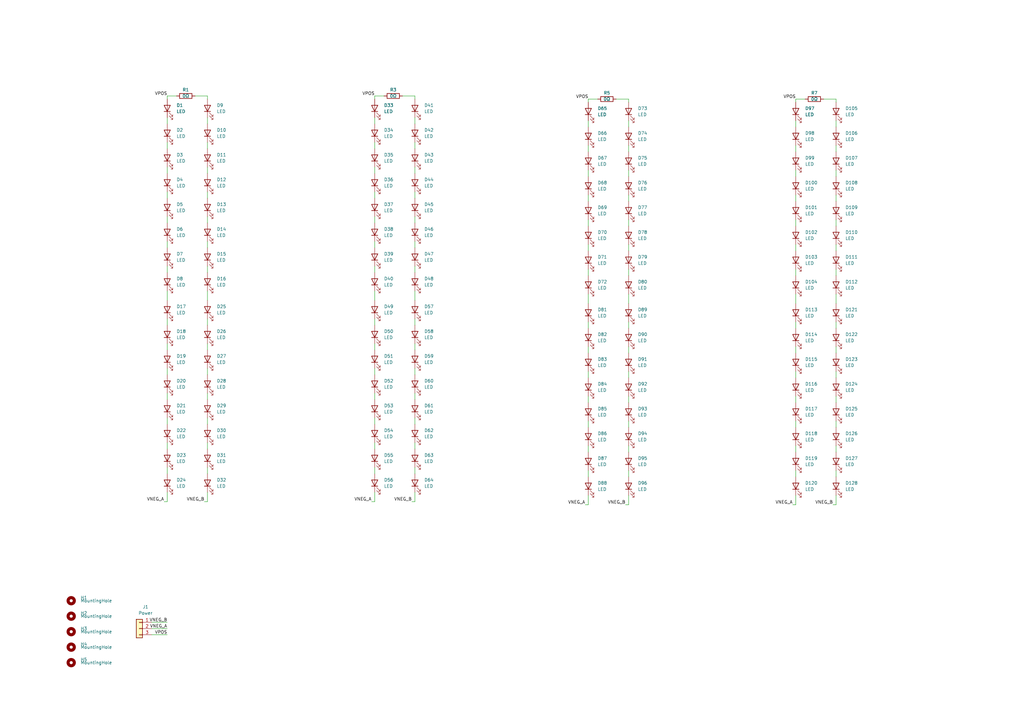
<source format=kicad_sch>
(kicad_sch (version 20201015) (generator eeschema)
  (page 1 1)
  (paper "A3")
  (lib_symbols
    (symbol "Connector_Generic:Conn_01x03" (pin_names (offset 1.016) hide)
      (property "Reference" "J" (at 0 5.08 0))
      (property "Value" "Conn_01x03" (at 0 -5.08 0))
      (symbol "Conn_01x03_1_1"
        (rectangle (start -1.27 -2.413) (end 0 -2.667) (stroke (width 0.1524)))
        (rectangle (start -1.27 2.667) (end 0 2.413) (stroke (width 0.1524)))
        (rectangle (start -1.27 3.81) (end 1.27 -3.81) (stroke (width 0.254)) (fill (type background)))
        (rectangle (start -1.27 0.127) (end 0 -0.127) (stroke (width 0.1524)))
        (pin passive line (at -5.08 2.54 0) (length 3.81) (name "Pin_1") (number "1"))
        (pin passive line (at -5.08 0 0) (length 3.81) (name "Pin_2") (number "2"))
        (pin passive line (at -5.08 -2.54 0) (length 3.81) (name "Pin_3") (number "3"))
      )
    )
    (symbol "Device:LED" (pin_numbers hide) (pin_names (offset 1.016) hide)
      (property "Reference" "D" (at 0 2.54 0))
      (property "Value" "LED" (at 0 -2.54 0))
      (symbol "LED_0_1"
        (polyline (pts (xy -1.27 -1.27) (xy -1.27 1.27)) (stroke (width 0.254)))
        (polyline (pts (xy -1.27 0) (xy 1.27 0)))
        (polyline (pts (xy 1.27 -1.27) (xy 1.27 1.27) (xy -1.27 0) (xy 1.27 -1.27)) (stroke (width 0.254)))
        (polyline (pts (xy -3.048 -0.762) (xy -4.572 -2.286) (xy -3.81 -2.286) (xy -4.572 -2.286) (xy -4.572 -1.524)))
        (polyline (pts (xy -1.778 -0.762) (xy -3.302 -2.286) (xy -2.54 -2.286) (xy -3.302 -2.286) (xy -3.302 -1.524)))
      )
      (symbol "LED_1_1"
        (pin passive line (at -3.81 0 0) (length 2.54) (name "K") (number "1"))
        (pin passive line (at 3.81 0 180) (length 2.54) (name "A") (number "2"))
      )
    )
    (symbol "Device:R" (pin_numbers hide) (pin_names (offset 0))
      (property "Reference" "R" (at 2.032 0 90))
      (property "Value" "R" (at 0 0 90))
      (symbol "R_0_1"
        (rectangle (start -1.016 -2.54) (end 1.016 2.54) (stroke (width 0.254)))
      )
      (symbol "R_1_1"
        (pin passive line (at 0 3.81 270) (length 1.27) (name "~") (number "1"))
        (pin passive line (at 0 -3.81 90) (length 1.27) (name "~") (number "2"))
      )
    )
    (symbol "Mechanical:MountingHole" (pin_names (offset 1.016))
      (property "Reference" "H" (at 0 5.08 0))
      (property "Value" "MountingHole" (at 0 3.175 0))
      (symbol "MountingHole_0_1"
        (circle (center 0 0) (radius 1.27) (stroke (width 1.27)))
      )
    )
  )
  (wire (pts (xy 62.23 255.27) (xy 68.58 255.27)))
  (wire (pts (xy 62.23 257.81) (xy 68.58 257.81)))
  (wire (pts (xy 62.23 260.35) (xy 68.58 260.35)))
  (wire (pts (xy 67.31 205.74) (xy 68.58 205.74)))
  (wire (pts (xy 68.58 39.37) (xy 68.58 40.64)))
  (wire (pts (xy 68.58 48.26) (xy 68.58 50.8)))
  (wire (pts (xy 68.58 58.42) (xy 68.58 60.96)))
  (wire (pts (xy 68.58 68.58) (xy 68.58 71.12)))
  (wire (pts (xy 68.58 78.74) (xy 68.58 81.28)))
  (wire (pts (xy 68.58 88.9) (xy 68.58 91.44)))
  (wire (pts (xy 68.58 99.06) (xy 68.58 101.6)))
  (wire (pts (xy 68.58 109.22) (xy 68.58 111.76)))
  (wire (pts (xy 68.58 119.38) (xy 68.58 123.19)))
  (wire (pts (xy 68.58 130.81) (xy 68.58 133.35)))
  (wire (pts (xy 68.58 140.97) (xy 68.58 143.51)))
  (wire (pts (xy 68.58 151.13) (xy 68.58 153.67)))
  (wire (pts (xy 68.58 161.29) (xy 68.58 163.83)))
  (wire (pts (xy 68.58 171.45) (xy 68.58 173.99)))
  (wire (pts (xy 68.58 181.61) (xy 68.58 184.15)))
  (wire (pts (xy 68.58 191.77) (xy 68.58 194.31)))
  (wire (pts (xy 68.58 205.74) (xy 68.58 201.93)))
  (wire (pts (xy 72.39 39.37) (xy 68.58 39.37)))
  (wire (pts (xy 80.01 39.37) (xy 85.09 39.37)))
  (wire (pts (xy 83.82 205.74) (xy 85.09 205.74)))
  (wire (pts (xy 85.09 39.37) (xy 85.09 40.64)))
  (wire (pts (xy 85.09 48.26) (xy 85.09 50.8)))
  (wire (pts (xy 85.09 58.42) (xy 85.09 60.96)))
  (wire (pts (xy 85.09 68.58) (xy 85.09 71.12)))
  (wire (pts (xy 85.09 78.74) (xy 85.09 81.28)))
  (wire (pts (xy 85.09 88.9) (xy 85.09 91.44)))
  (wire (pts (xy 85.09 99.06) (xy 85.09 101.6)))
  (wire (pts (xy 85.09 109.22) (xy 85.09 111.76)))
  (wire (pts (xy 85.09 119.38) (xy 85.09 123.19)))
  (wire (pts (xy 85.09 130.81) (xy 85.09 133.35)))
  (wire (pts (xy 85.09 140.97) (xy 85.09 143.51)))
  (wire (pts (xy 85.09 151.13) (xy 85.09 153.67)))
  (wire (pts (xy 85.09 161.29) (xy 85.09 163.83)))
  (wire (pts (xy 85.09 171.45) (xy 85.09 173.99)))
  (wire (pts (xy 85.09 181.61) (xy 85.09 184.15)))
  (wire (pts (xy 85.09 191.77) (xy 85.09 194.31)))
  (wire (pts (xy 85.09 205.74) (xy 85.09 201.93)))
  (wire (pts (xy 152.4 205.74) (xy 153.67 205.74)))
  (wire (pts (xy 153.67 39.37) (xy 153.67 40.64)))
  (wire (pts (xy 153.67 48.26) (xy 153.67 50.8)))
  (wire (pts (xy 153.67 58.42) (xy 153.67 60.96)))
  (wire (pts (xy 153.67 68.58) (xy 153.67 71.12)))
  (wire (pts (xy 153.67 78.74) (xy 153.67 81.28)))
  (wire (pts (xy 153.67 88.9) (xy 153.67 91.44)))
  (wire (pts (xy 153.67 99.06) (xy 153.67 101.6)))
  (wire (pts (xy 153.67 109.22) (xy 153.67 111.76)))
  (wire (pts (xy 153.67 119.38) (xy 153.67 123.19)))
  (wire (pts (xy 153.67 130.81) (xy 153.67 133.35)))
  (wire (pts (xy 153.67 140.97) (xy 153.67 143.51)))
  (wire (pts (xy 153.67 151.13) (xy 153.67 153.67)))
  (wire (pts (xy 153.67 161.29) (xy 153.67 163.83)))
  (wire (pts (xy 153.67 171.45) (xy 153.67 173.99)))
  (wire (pts (xy 153.67 181.61) (xy 153.67 184.15)))
  (wire (pts (xy 153.67 191.77) (xy 153.67 194.31)))
  (wire (pts (xy 153.67 205.74) (xy 153.67 201.93)))
  (wire (pts (xy 157.48 39.37) (xy 153.67 39.37)))
  (wire (pts (xy 165.1 39.37) (xy 170.18 39.37)))
  (wire (pts (xy 168.91 205.74) (xy 170.18 205.74)))
  (wire (pts (xy 170.18 39.37) (xy 170.18 40.64)))
  (wire (pts (xy 170.18 48.26) (xy 170.18 50.8)))
  (wire (pts (xy 170.18 58.42) (xy 170.18 60.96)))
  (wire (pts (xy 170.18 68.58) (xy 170.18 71.12)))
  (wire (pts (xy 170.18 78.74) (xy 170.18 81.28)))
  (wire (pts (xy 170.18 88.9) (xy 170.18 91.44)))
  (wire (pts (xy 170.18 99.06) (xy 170.18 101.6)))
  (wire (pts (xy 170.18 109.22) (xy 170.18 111.76)))
  (wire (pts (xy 170.18 119.38) (xy 170.18 123.19)))
  (wire (pts (xy 170.18 130.81) (xy 170.18 133.35)))
  (wire (pts (xy 170.18 140.97) (xy 170.18 143.51)))
  (wire (pts (xy 170.18 151.13) (xy 170.18 153.67)))
  (wire (pts (xy 170.18 161.29) (xy 170.18 163.83)))
  (wire (pts (xy 170.18 171.45) (xy 170.18 173.99)))
  (wire (pts (xy 170.18 181.61) (xy 170.18 184.15)))
  (wire (pts (xy 170.18 191.77) (xy 170.18 194.31)))
  (wire (pts (xy 170.18 205.74) (xy 170.18 201.93)))
  (wire (pts (xy 240.03 207.01) (xy 241.3 207.01)))
  (wire (pts (xy 241.3 40.64) (xy 241.3 41.91)))
  (wire (pts (xy 241.3 49.53) (xy 241.3 52.07)))
  (wire (pts (xy 241.3 59.69) (xy 241.3 62.23)))
  (wire (pts (xy 241.3 69.85) (xy 241.3 72.39)))
  (wire (pts (xy 241.3 80.01) (xy 241.3 82.55)))
  (wire (pts (xy 241.3 90.17) (xy 241.3 92.71)))
  (wire (pts (xy 241.3 100.33) (xy 241.3 102.87)))
  (wire (pts (xy 241.3 110.49) (xy 241.3 113.03)))
  (wire (pts (xy 241.3 120.65) (xy 241.3 124.46)))
  (wire (pts (xy 241.3 132.08) (xy 241.3 134.62)))
  (wire (pts (xy 241.3 142.24) (xy 241.3 144.78)))
  (wire (pts (xy 241.3 152.4) (xy 241.3 154.94)))
  (wire (pts (xy 241.3 162.56) (xy 241.3 165.1)))
  (wire (pts (xy 241.3 172.72) (xy 241.3 175.26)))
  (wire (pts (xy 241.3 182.88) (xy 241.3 185.42)))
  (wire (pts (xy 241.3 193.04) (xy 241.3 195.58)))
  (wire (pts (xy 241.3 207.01) (xy 241.3 203.2)))
  (wire (pts (xy 245.11 40.64) (xy 241.3 40.64)))
  (wire (pts (xy 252.73 40.64) (xy 257.81 40.64)))
  (wire (pts (xy 256.54 207.01) (xy 257.81 207.01)))
  (wire (pts (xy 257.81 40.64) (xy 257.81 41.91)))
  (wire (pts (xy 257.81 49.53) (xy 257.81 52.07)))
  (wire (pts (xy 257.81 59.69) (xy 257.81 62.23)))
  (wire (pts (xy 257.81 69.85) (xy 257.81 72.39)))
  (wire (pts (xy 257.81 80.01) (xy 257.81 82.55)))
  (wire (pts (xy 257.81 90.17) (xy 257.81 92.71)))
  (wire (pts (xy 257.81 100.33) (xy 257.81 102.87)))
  (wire (pts (xy 257.81 110.49) (xy 257.81 113.03)))
  (wire (pts (xy 257.81 120.65) (xy 257.81 124.46)))
  (wire (pts (xy 257.81 132.08) (xy 257.81 134.62)))
  (wire (pts (xy 257.81 142.24) (xy 257.81 144.78)))
  (wire (pts (xy 257.81 152.4) (xy 257.81 154.94)))
  (wire (pts (xy 257.81 162.56) (xy 257.81 165.1)))
  (wire (pts (xy 257.81 172.72) (xy 257.81 175.26)))
  (wire (pts (xy 257.81 182.88) (xy 257.81 185.42)))
  (wire (pts (xy 257.81 193.04) (xy 257.81 195.58)))
  (wire (pts (xy 257.81 207.01) (xy 257.81 203.2)))
  (wire (pts (xy 325.12 207.01) (xy 326.39 207.01)))
  (wire (pts (xy 326.39 40.64) (xy 326.39 41.91)))
  (wire (pts (xy 326.39 49.53) (xy 326.39 52.07)))
  (wire (pts (xy 326.39 59.69) (xy 326.39 62.23)))
  (wire (pts (xy 326.39 69.85) (xy 326.39 72.39)))
  (wire (pts (xy 326.39 80.01) (xy 326.39 82.55)))
  (wire (pts (xy 326.39 90.17) (xy 326.39 92.71)))
  (wire (pts (xy 326.39 100.33) (xy 326.39 102.87)))
  (wire (pts (xy 326.39 110.49) (xy 326.39 113.03)))
  (wire (pts (xy 326.39 120.65) (xy 326.39 124.46)))
  (wire (pts (xy 326.39 132.08) (xy 326.39 134.62)))
  (wire (pts (xy 326.39 142.24) (xy 326.39 144.78)))
  (wire (pts (xy 326.39 152.4) (xy 326.39 154.94)))
  (wire (pts (xy 326.39 162.56) (xy 326.39 165.1)))
  (wire (pts (xy 326.39 172.72) (xy 326.39 175.26)))
  (wire (pts (xy 326.39 182.88) (xy 326.39 185.42)))
  (wire (pts (xy 326.39 193.04) (xy 326.39 195.58)))
  (wire (pts (xy 326.39 207.01) (xy 326.39 203.2)))
  (wire (pts (xy 330.2 40.64) (xy 326.39 40.64)))
  (wire (pts (xy 337.82 40.64) (xy 342.9 40.64)))
  (wire (pts (xy 341.63 207.01) (xy 342.9 207.01)))
  (wire (pts (xy 342.9 40.64) (xy 342.9 41.91)))
  (wire (pts (xy 342.9 49.53) (xy 342.9 52.07)))
  (wire (pts (xy 342.9 59.69) (xy 342.9 62.23)))
  (wire (pts (xy 342.9 69.85) (xy 342.9 72.39)))
  (wire (pts (xy 342.9 80.01) (xy 342.9 82.55)))
  (wire (pts (xy 342.9 90.17) (xy 342.9 92.71)))
  (wire (pts (xy 342.9 100.33) (xy 342.9 102.87)))
  (wire (pts (xy 342.9 110.49) (xy 342.9 113.03)))
  (wire (pts (xy 342.9 120.65) (xy 342.9 124.46)))
  (wire (pts (xy 342.9 132.08) (xy 342.9 134.62)))
  (wire (pts (xy 342.9 142.24) (xy 342.9 144.78)))
  (wire (pts (xy 342.9 152.4) (xy 342.9 154.94)))
  (wire (pts (xy 342.9 162.56) (xy 342.9 165.1)))
  (wire (pts (xy 342.9 172.72) (xy 342.9 175.26)))
  (wire (pts (xy 342.9 182.88) (xy 342.9 185.42)))
  (wire (pts (xy 342.9 193.04) (xy 342.9 195.58)))
  (wire (pts (xy 342.9 207.01) (xy 342.9 203.2)))
  (label "VNEG_A" (at 67.31 205.74 180))
  (label "VPOS" (at 68.58 39.37 180))
  (label "VNEG_B" (at 68.58 255.27 180))
  (label "VNEG_A" (at 68.58 257.81 180))
  (label "VPOS" (at 68.58 260.35 180))
  (label "VNEG_B" (at 83.82 205.74 180))
  (label "VNEG_A" (at 152.4 205.74 180))
  (label "VPOS" (at 153.67 39.37 180))
  (label "VNEG_B" (at 168.91 205.74 180))
  (label "VNEG_A" (at 240.03 207.01 180))
  (label "VPOS" (at 241.3 40.64 180))
  (label "VNEG_B" (at 256.54 207.01 180))
  (label "VNEG_A" (at 325.12 207.01 180))
  (label "VPOS" (at 326.39 40.64 180))
  (label "VNEG_B" (at 341.63 207.01 180))
  (symbol (lib_id "Mechanical:MountingHole") (at 29.21 246.38 0) (unit 1)
    (property "Reference" "H1" (at 33.02 245.11 0) (effects (justify left)))
    (property "Value" "MountingHole" (at 33.02 246.38 0) (effects (justify left)))
    (property "Footprint" "MountingHole:MountingHole_3.2mm_M3" (effects hide))
  )
  (symbol (lib_id "Mechanical:MountingHole") (at 29.21 252.73 0) (unit 1)
    (property "Reference" "H2" (at 33.02 251.46 0) (effects (justify left)))
    (property "Value" "MountingHole" (at 33.02 252.73 0) (effects (justify left)))
    (property "Footprint" "MountingHole:MountingHole_3.2mm_M3" (effects hide))
  )
  (symbol (lib_id "Mechanical:MountingHole") (at 29.21 259.08 0) (unit 1)
    (property "Reference" "H3" (at 33.02 257.81 0) (effects (justify left)))
    (property "Value" "MountingHole" (at 33.02 259.08 0) (effects (justify left)))
    (property "Footprint" "MountingHole:MountingHole_3.2mm_M3" (effects hide))
  )
  (symbol (lib_id "Mechanical:MountingHole") (at 29.21 265.43 0) (unit 1)
    (property "Reference" "H4" (at 33.02 264.16 0) (effects (justify left)))
    (property "Value" "MountingHole" (at 33.02 265.43 0) (effects (justify left)))
    (property "Footprint" "MountingHole:MountingHole_3.2mm_M3" (effects hide))
  )
  (symbol (lib_id "Mechanical:MountingHole") (at 29.21 271.78 0) (unit 1)
    (property "Reference" "H5" (at 33.02 270.51 0) (effects (justify left)))
    (property "Value" "MountingHole" (at 33.02 271.78 0) (effects (justify left)))
    (property "Footprint" "MountingHole:MountingHole_3.2mm_M3" (effects hide))
  )
  (symbol (lib_id "Device:R") (at 76.2 39.37 90) (unit 1)
    (property "Reference" "R1" (at 76.2 36.83 90))
    (property "Value" "0Ω" (at 76.2 39.37 90))
    (property "Footprint" "Resistor_SMD:R_2010_5025Metric_Pad1.40x2.65mm_HandSolder" (effects hide))
  )
  (symbol (lib_id "Device:R") (at 161.29 39.37 90) (unit 1)
    (property "Reference" "R3" (at 161.29 36.83 90))
    (property "Value" "0Ω" (at 161.29 39.37 90))
    (property "Footprint" "Resistor_SMD:R_2010_5025Metric_Pad1.40x2.65mm_HandSolder" (effects hide))
  )
  (symbol (lib_id "Device:R") (at 248.92 40.64 90) (unit 1)
    (property "Reference" "R5" (at 248.92 38.1 90))
    (property "Value" "0Ω" (at 248.92 40.64 90))
    (property "Footprint" "Resistor_SMD:R_2010_5025Metric_Pad1.40x2.65mm_HandSolder" (effects hide))
  )
  (symbol (lib_id "Device:R") (at 334.01 40.64 90) (unit 1)
    (property "Reference" "R7" (at 334.01 38.1 90))
    (property "Value" "0Ω" (at 334.01 40.64 90))
    (property "Footprint" "Resistor_SMD:R_2010_5025Metric_Pad1.40x2.65mm_HandSolder" (effects hide))
  )
  (symbol (lib_id "Device:LED") (at 68.58 44.45 90) (unit 1)
    (property "Reference" "D1" (at 72.39 43.18 90) (effects (justify right)))
    (property "Value" "LED" (at 72.39 45.72 90) (effects (justify right)))
    (property "Footprint" "LED_SMD:LED_PLCC_2835_Handsoldering" (effects hide))
  )
  (symbol (lib_id "Device:LED") (at 68.58 54.61 90) (unit 1)
    (property "Reference" "D2" (at 72.39 53.34 90) (effects (justify right)))
    (property "Value" "LED" (at 72.39 55.88 90) (effects (justify right)))
    (property "Footprint" "LED_SMD:LED_PLCC_2835_Handsoldering" (effects hide))
  )
  (symbol (lib_id "Device:LED") (at 68.58 64.77 90) (unit 1)
    (property "Reference" "D3" (at 72.39 63.5 90) (effects (justify right)))
    (property "Value" "LED" (at 72.39 66.04 90) (effects (justify right)))
    (property "Footprint" "LED_SMD:LED_PLCC_2835_Handsoldering" (effects hide))
  )
  (symbol (lib_id "Device:LED") (at 68.58 74.93 90) (unit 1)
    (property "Reference" "D4" (at 72.39 73.66 90) (effects (justify right)))
    (property "Value" "LED" (at 72.39 76.2 90) (effects (justify right)))
    (property "Footprint" "LED_SMD:LED_PLCC_2835_Handsoldering" (effects hide))
  )
  (symbol (lib_id "Device:LED") (at 68.58 85.09 90) (unit 1)
    (property "Reference" "D5" (at 72.39 83.82 90) (effects (justify right)))
    (property "Value" "LED" (at 72.39 86.36 90) (effects (justify right)))
    (property "Footprint" "LED_SMD:LED_PLCC_2835_Handsoldering" (effects hide))
  )
  (symbol (lib_id "Device:LED") (at 68.58 95.25 90) (unit 1)
    (property "Reference" "D6" (at 72.39 93.98 90) (effects (justify right)))
    (property "Value" "LED" (at 72.39 96.52 90) (effects (justify right)))
    (property "Footprint" "LED_SMD:LED_PLCC_2835_Handsoldering" (effects hide))
  )
  (symbol (lib_id "Device:LED") (at 68.58 105.41 90) (unit 1)
    (property "Reference" "D7" (at 72.39 104.14 90) (effects (justify right)))
    (property "Value" "LED" (at 72.39 106.68 90) (effects (justify right)))
    (property "Footprint" "LED_SMD:LED_PLCC_2835_Handsoldering" (effects hide))
  )
  (symbol (lib_id "Device:LED") (at 68.58 115.57 90) (unit 1)
    (property "Reference" "D8" (at 72.39 114.3 90) (effects (justify right)))
    (property "Value" "LED" (at 72.39 116.84 90) (effects (justify right)))
    (property "Footprint" "LED_SMD:LED_PLCC_2835_Handsoldering" (effects hide))
  )
  (symbol (lib_id "Device:LED") (at 68.58 127 90) (unit 1)
    (property "Reference" "D17" (at 72.39 125.73 90) (effects (justify right)))
    (property "Value" "LED" (at 72.39 128.27 90) (effects (justify right)))
    (property "Footprint" "LED_SMD:LED_PLCC_2835_Handsoldering" (effects hide))
  )
  (symbol (lib_id "Device:LED") (at 68.58 137.16 90) (unit 1)
    (property "Reference" "D18" (at 72.39 135.89 90) (effects (justify right)))
    (property "Value" "LED" (at 72.39 138.43 90) (effects (justify right)))
    (property "Footprint" "LED_SMD:LED_PLCC_2835_Handsoldering" (effects hide))
  )
  (symbol (lib_id "Device:LED") (at 68.58 147.32 90) (unit 1)
    (property "Reference" "D19" (at 72.39 146.05 90) (effects (justify right)))
    (property "Value" "LED" (at 72.39 148.59 90) (effects (justify right)))
    (property "Footprint" "LED_SMD:LED_PLCC_2835_Handsoldering" (effects hide))
  )
  (symbol (lib_id "Device:LED") (at 68.58 157.48 90) (unit 1)
    (property "Reference" "D20" (at 72.39 156.21 90) (effects (justify right)))
    (property "Value" "LED" (at 72.39 158.75 90) (effects (justify right)))
    (property "Footprint" "LED_SMD:LED_PLCC_2835_Handsoldering" (effects hide))
  )
  (symbol (lib_id "Device:LED") (at 68.58 167.64 90) (unit 1)
    (property "Reference" "D21" (at 72.39 166.37 90) (effects (justify right)))
    (property "Value" "LED" (at 72.39 168.91 90) (effects (justify right)))
    (property "Footprint" "LED_SMD:LED_PLCC_2835_Handsoldering" (effects hide))
  )
  (symbol (lib_id "Device:LED") (at 68.58 177.8 90) (unit 1)
    (property "Reference" "D22" (at 72.39 176.53 90) (effects (justify right)))
    (property "Value" "LED" (at 72.39 179.07 90) (effects (justify right)))
    (property "Footprint" "LED_SMD:LED_PLCC_2835_Handsoldering" (effects hide))
  )
  (symbol (lib_id "Device:LED") (at 68.58 187.96 90) (unit 1)
    (property "Reference" "D23" (at 72.39 186.69 90) (effects (justify right)))
    (property "Value" "LED" (at 72.39 189.23 90) (effects (justify right)))
    (property "Footprint" "LED_SMD:LED_PLCC_2835_Handsoldering" (effects hide))
  )
  (symbol (lib_id "Device:LED") (at 68.58 198.12 90) (unit 1)
    (property "Reference" "D24" (at 72.39 196.85 90) (effects (justify right)))
    (property "Value" "LED" (at 72.39 199.39 90) (effects (justify right)))
    (property "Footprint" "LED_SMD:LED_PLCC_2835_Handsoldering" (effects hide))
  )
  (symbol (lib_id "Device:LED") (at 85.09 44.45 90) (unit 1)
    (property "Reference" "D9" (at 88.9 43.18 90) (effects (justify right)))
    (property "Value" "LED" (at 88.9 45.72 90) (effects (justify right)))
    (property "Footprint" "LED_SMD:LED_PLCC_2835_Handsoldering" (effects hide))
  )
  (symbol (lib_id "Device:LED") (at 85.09 54.61 90) (unit 1)
    (property "Reference" "D10" (at 88.9 53.34 90) (effects (justify right)))
    (property "Value" "LED" (at 88.9 55.88 90) (effects (justify right)))
    (property "Footprint" "LED_SMD:LED_PLCC_2835_Handsoldering" (effects hide))
  )
  (symbol (lib_id "Device:LED") (at 85.09 64.77 90) (unit 1)
    (property "Reference" "D11" (at 88.9 63.5 90) (effects (justify right)))
    (property "Value" "LED" (at 88.9 66.04 90) (effects (justify right)))
    (property "Footprint" "LED_SMD:LED_PLCC_2835_Handsoldering" (effects hide))
  )
  (symbol (lib_id "Device:LED") (at 85.09 74.93 90) (unit 1)
    (property "Reference" "D12" (at 88.9 73.66 90) (effects (justify right)))
    (property "Value" "LED" (at 88.9 76.2 90) (effects (justify right)))
    (property "Footprint" "LED_SMD:LED_PLCC_2835_Handsoldering" (effects hide))
  )
  (symbol (lib_id "Device:LED") (at 85.09 85.09 90) (unit 1)
    (property "Reference" "D13" (at 88.9 83.82 90) (effects (justify right)))
    (property "Value" "LED" (at 88.9 86.36 90) (effects (justify right)))
    (property "Footprint" "LED_SMD:LED_PLCC_2835_Handsoldering" (effects hide))
  )
  (symbol (lib_id "Device:LED") (at 85.09 95.25 90) (unit 1)
    (property "Reference" "D14" (at 88.9 93.98 90) (effects (justify right)))
    (property "Value" "LED" (at 88.9 96.52 90) (effects (justify right)))
    (property "Footprint" "LED_SMD:LED_PLCC_2835_Handsoldering" (effects hide))
  )
  (symbol (lib_id "Device:LED") (at 85.09 105.41 90) (unit 1)
    (property "Reference" "D15" (at 88.9 104.14 90) (effects (justify right)))
    (property "Value" "LED" (at 88.9 106.68 90) (effects (justify right)))
    (property "Footprint" "LED_SMD:LED_PLCC_2835_Handsoldering" (effects hide))
  )
  (symbol (lib_id "Device:LED") (at 85.09 115.57 90) (unit 1)
    (property "Reference" "D16" (at 88.9 114.3 90) (effects (justify right)))
    (property "Value" "LED" (at 88.9 116.84 90) (effects (justify right)))
    (property "Footprint" "LED_SMD:LED_PLCC_2835_Handsoldering" (effects hide))
  )
  (symbol (lib_id "Device:LED") (at 85.09 127 90) (unit 1)
    (property "Reference" "D25" (at 88.9 125.73 90) (effects (justify right)))
    (property "Value" "LED" (at 88.9 128.27 90) (effects (justify right)))
    (property "Footprint" "LED_SMD:LED_PLCC_2835_Handsoldering" (effects hide))
  )
  (symbol (lib_id "Device:LED") (at 85.09 137.16 90) (unit 1)
    (property "Reference" "D26" (at 88.9 135.89 90) (effects (justify right)))
    (property "Value" "LED" (at 88.9 138.43 90) (effects (justify right)))
    (property "Footprint" "LED_SMD:LED_PLCC_2835_Handsoldering" (effects hide))
  )
  (symbol (lib_id "Device:LED") (at 85.09 147.32 90) (unit 1)
    (property "Reference" "D27" (at 88.9 146.05 90) (effects (justify right)))
    (property "Value" "LED" (at 88.9 148.59 90) (effects (justify right)))
    (property "Footprint" "LED_SMD:LED_PLCC_2835_Handsoldering" (effects hide))
  )
  (symbol (lib_id "Device:LED") (at 85.09 157.48 90) (unit 1)
    (property "Reference" "D28" (at 88.9 156.21 90) (effects (justify right)))
    (property "Value" "LED" (at 88.9 158.75 90) (effects (justify right)))
    (property "Footprint" "LED_SMD:LED_PLCC_2835_Handsoldering" (effects hide))
  )
  (symbol (lib_id "Device:LED") (at 85.09 167.64 90) (unit 1)
    (property "Reference" "D29" (at 88.9 166.37 90) (effects (justify right)))
    (property "Value" "LED" (at 88.9 168.91 90) (effects (justify right)))
    (property "Footprint" "LED_SMD:LED_PLCC_2835_Handsoldering" (effects hide))
  )
  (symbol (lib_id "Device:LED") (at 85.09 177.8 90) (unit 1)
    (property "Reference" "D30" (at 88.9 176.53 90) (effects (justify right)))
    (property "Value" "LED" (at 88.9 179.07 90) (effects (justify right)))
    (property "Footprint" "LED_SMD:LED_PLCC_2835_Handsoldering" (effects hide))
  )
  (symbol (lib_id "Device:LED") (at 85.09 187.96 90) (unit 1)
    (property "Reference" "D31" (at 88.9 186.69 90) (effects (justify right)))
    (property "Value" "LED" (at 88.9 189.23 90) (effects (justify right)))
    (property "Footprint" "LED_SMD:LED_PLCC_2835_Handsoldering" (effects hide))
  )
  (symbol (lib_id "Device:LED") (at 85.09 198.12 90) (unit 1)
    (property "Reference" "D32" (at 88.9 196.85 90) (effects (justify right)))
    (property "Value" "LED" (at 88.9 199.39 90) (effects (justify right)))
    (property "Footprint" "LED_SMD:LED_PLCC_2835_Handsoldering" (effects hide))
  )
  (symbol (lib_id "Device:LED") (at 153.67 44.45 90) (unit 1)
    (property "Reference" "D33" (at 157.48 43.18 90) (effects (justify right)))
    (property "Value" "LED" (at 157.48 45.72 90) (effects (justify right)))
    (property "Footprint" "LED_SMD:LED_PLCC_2835_Handsoldering" (effects hide))
  )
  (symbol (lib_id "Device:LED") (at 153.67 54.61 90) (unit 1)
    (property "Reference" "D34" (at 157.48 53.34 90) (effects (justify right)))
    (property "Value" "LED" (at 157.48 55.88 90) (effects (justify right)))
    (property "Footprint" "LED_SMD:LED_PLCC_2835_Handsoldering" (effects hide))
  )
  (symbol (lib_id "Device:LED") (at 153.67 64.77 90) (unit 1)
    (property "Reference" "D35" (at 157.48 63.5 90) (effects (justify right)))
    (property "Value" "LED" (at 157.48 66.04 90) (effects (justify right)))
    (property "Footprint" "LED_SMD:LED_PLCC_2835_Handsoldering" (effects hide))
  )
  (symbol (lib_id "Device:LED") (at 153.67 74.93 90) (unit 1)
    (property "Reference" "D36" (at 157.48 73.66 90) (effects (justify right)))
    (property "Value" "LED" (at 157.48 76.2 90) (effects (justify right)))
    (property "Footprint" "LED_SMD:LED_PLCC_2835_Handsoldering" (effects hide))
  )
  (symbol (lib_id "Device:LED") (at 153.67 85.09 90) (unit 1)
    (property "Reference" "D37" (at 157.48 83.82 90) (effects (justify right)))
    (property "Value" "LED" (at 157.48 86.36 90) (effects (justify right)))
    (property "Footprint" "LED_SMD:LED_PLCC_2835_Handsoldering" (effects hide))
  )
  (symbol (lib_id "Device:LED") (at 153.67 95.25 90) (unit 1)
    (property "Reference" "D38" (at 157.48 93.98 90) (effects (justify right)))
    (property "Value" "LED" (at 157.48 96.52 90) (effects (justify right)))
    (property "Footprint" "LED_SMD:LED_PLCC_2835_Handsoldering" (effects hide))
  )
  (symbol (lib_id "Device:LED") (at 153.67 105.41 90) (unit 1)
    (property "Reference" "D39" (at 157.48 104.14 90) (effects (justify right)))
    (property "Value" "LED" (at 157.48 106.68 90) (effects (justify right)))
    (property "Footprint" "LED_SMD:LED_PLCC_2835_Handsoldering" (effects hide))
  )
  (symbol (lib_id "Device:LED") (at 153.67 115.57 90) (unit 1)
    (property "Reference" "D40" (at 157.48 114.3 90) (effects (justify right)))
    (property "Value" "LED" (at 157.48 116.84 90) (effects (justify right)))
    (property "Footprint" "LED_SMD:LED_PLCC_2835_Handsoldering" (effects hide))
  )
  (symbol (lib_id "Device:LED") (at 153.67 127 90) (unit 1)
    (property "Reference" "D49" (at 157.48 125.73 90) (effects (justify right)))
    (property "Value" "LED" (at 157.48 128.27 90) (effects (justify right)))
    (property "Footprint" "LED_SMD:LED_PLCC_2835_Handsoldering" (effects hide))
  )
  (symbol (lib_id "Device:LED") (at 153.67 137.16 90) (unit 1)
    (property "Reference" "D50" (at 157.48 135.89 90) (effects (justify right)))
    (property "Value" "LED" (at 157.48 138.43 90) (effects (justify right)))
    (property "Footprint" "LED_SMD:LED_PLCC_2835_Handsoldering" (effects hide))
  )
  (symbol (lib_id "Device:LED") (at 153.67 147.32 90) (unit 1)
    (property "Reference" "D51" (at 157.48 146.05 90) (effects (justify right)))
    (property "Value" "LED" (at 157.48 148.59 90) (effects (justify right)))
    (property "Footprint" "LED_SMD:LED_PLCC_2835_Handsoldering" (effects hide))
  )
  (symbol (lib_id "Device:LED") (at 153.67 157.48 90) (unit 1)
    (property "Reference" "D52" (at 157.48 156.21 90) (effects (justify right)))
    (property "Value" "LED" (at 157.48 158.75 90) (effects (justify right)))
    (property "Footprint" "LED_SMD:LED_PLCC_2835_Handsoldering" (effects hide))
  )
  (symbol (lib_id "Device:LED") (at 153.67 167.64 90) (unit 1)
    (property "Reference" "D53" (at 157.48 166.37 90) (effects (justify right)))
    (property "Value" "LED" (at 157.48 168.91 90) (effects (justify right)))
    (property "Footprint" "LED_SMD:LED_PLCC_2835_Handsoldering" (effects hide))
  )
  (symbol (lib_id "Device:LED") (at 153.67 177.8 90) (unit 1)
    (property "Reference" "D54" (at 157.48 176.53 90) (effects (justify right)))
    (property "Value" "LED" (at 157.48 179.07 90) (effects (justify right)))
    (property "Footprint" "LED_SMD:LED_PLCC_2835_Handsoldering" (effects hide))
  )
  (symbol (lib_id "Device:LED") (at 153.67 187.96 90) (unit 1)
    (property "Reference" "D55" (at 157.48 186.69 90) (effects (justify right)))
    (property "Value" "LED" (at 157.48 189.23 90) (effects (justify right)))
    (property "Footprint" "LED_SMD:LED_PLCC_2835_Handsoldering" (effects hide))
  )
  (symbol (lib_id "Device:LED") (at 153.67 198.12 90) (unit 1)
    (property "Reference" "D56" (at 157.48 196.85 90) (effects (justify right)))
    (property "Value" "LED" (at 157.48 199.39 90) (effects (justify right)))
    (property "Footprint" "LED_SMD:LED_PLCC_2835_Handsoldering" (effects hide))
  )
  (symbol (lib_id "Device:LED") (at 170.18 44.45 90) (unit 1)
    (property "Reference" "D41" (at 173.99 43.18 90) (effects (justify right)))
    (property "Value" "LED" (at 173.99 45.72 90) (effects (justify right)))
    (property "Footprint" "LED_SMD:LED_PLCC_2835_Handsoldering" (effects hide))
  )
  (symbol (lib_id "Device:LED") (at 170.18 54.61 90) (unit 1)
    (property "Reference" "D42" (at 173.99 53.34 90) (effects (justify right)))
    (property "Value" "LED" (at 173.99 55.88 90) (effects (justify right)))
    (property "Footprint" "LED_SMD:LED_PLCC_2835_Handsoldering" (effects hide))
  )
  (symbol (lib_id "Device:LED") (at 170.18 64.77 90) (unit 1)
    (property "Reference" "D43" (at 173.99 63.5 90) (effects (justify right)))
    (property "Value" "LED" (at 173.99 66.04 90) (effects (justify right)))
    (property "Footprint" "LED_SMD:LED_PLCC_2835_Handsoldering" (effects hide))
  )
  (symbol (lib_id "Device:LED") (at 170.18 74.93 90) (unit 1)
    (property "Reference" "D44" (at 173.99 73.66 90) (effects (justify right)))
    (property "Value" "LED" (at 173.99 76.2 90) (effects (justify right)))
    (property "Footprint" "LED_SMD:LED_PLCC_2835_Handsoldering" (effects hide))
  )
  (symbol (lib_id "Device:LED") (at 170.18 85.09 90) (unit 1)
    (property "Reference" "D45" (at 173.99 83.82 90) (effects (justify right)))
    (property "Value" "LED" (at 173.99 86.36 90) (effects (justify right)))
    (property "Footprint" "LED_SMD:LED_PLCC_2835_Handsoldering" (effects hide))
  )
  (symbol (lib_id "Device:LED") (at 170.18 95.25 90) (unit 1)
    (property "Reference" "D46" (at 173.99 93.98 90) (effects (justify right)))
    (property "Value" "LED" (at 173.99 96.52 90) (effects (justify right)))
    (property "Footprint" "LED_SMD:LED_PLCC_2835_Handsoldering" (effects hide))
  )
  (symbol (lib_id "Device:LED") (at 170.18 105.41 90) (unit 1)
    (property "Reference" "D47" (at 173.99 104.14 90) (effects (justify right)))
    (property "Value" "LED" (at 173.99 106.68 90) (effects (justify right)))
    (property "Footprint" "LED_SMD:LED_PLCC_2835_Handsoldering" (effects hide))
  )
  (symbol (lib_id "Device:LED") (at 170.18 115.57 90) (unit 1)
    (property "Reference" "D48" (at 173.99 114.3 90) (effects (justify right)))
    (property "Value" "LED" (at 173.99 116.84 90) (effects (justify right)))
    (property "Footprint" "LED_SMD:LED_PLCC_2835_Handsoldering" (effects hide))
  )
  (symbol (lib_id "Device:LED") (at 170.18 127 90) (unit 1)
    (property "Reference" "D57" (at 173.99 125.73 90) (effects (justify right)))
    (property "Value" "LED" (at 173.99 128.27 90) (effects (justify right)))
    (property "Footprint" "LED_SMD:LED_PLCC_2835_Handsoldering" (effects hide))
  )
  (symbol (lib_id "Device:LED") (at 170.18 137.16 90) (unit 1)
    (property "Reference" "D58" (at 173.99 135.89 90) (effects (justify right)))
    (property "Value" "LED" (at 173.99 138.43 90) (effects (justify right)))
    (property "Footprint" "LED_SMD:LED_PLCC_2835_Handsoldering" (effects hide))
  )
  (symbol (lib_id "Device:LED") (at 170.18 147.32 90) (unit 1)
    (property "Reference" "D59" (at 173.99 146.05 90) (effects (justify right)))
    (property "Value" "LED" (at 173.99 148.59 90) (effects (justify right)))
    (property "Footprint" "LED_SMD:LED_PLCC_2835_Handsoldering" (effects hide))
  )
  (symbol (lib_id "Device:LED") (at 170.18 157.48 90) (unit 1)
    (property "Reference" "D60" (at 173.99 156.21 90) (effects (justify right)))
    (property "Value" "LED" (at 173.99 158.75 90) (effects (justify right)))
    (property "Footprint" "LED_SMD:LED_PLCC_2835_Handsoldering" (effects hide))
  )
  (symbol (lib_id "Device:LED") (at 170.18 167.64 90) (unit 1)
    (property "Reference" "D61" (at 173.99 166.37 90) (effects (justify right)))
    (property "Value" "LED" (at 173.99 168.91 90) (effects (justify right)))
    (property "Footprint" "LED_SMD:LED_PLCC_2835_Handsoldering" (effects hide))
  )
  (symbol (lib_id "Device:LED") (at 170.18 177.8 90) (unit 1)
    (property "Reference" "D62" (at 173.99 176.53 90) (effects (justify right)))
    (property "Value" "LED" (at 173.99 179.07 90) (effects (justify right)))
    (property "Footprint" "LED_SMD:LED_PLCC_2835_Handsoldering" (effects hide))
  )
  (symbol (lib_id "Device:LED") (at 170.18 187.96 90) (unit 1)
    (property "Reference" "D63" (at 173.99 186.69 90) (effects (justify right)))
    (property "Value" "LED" (at 173.99 189.23 90) (effects (justify right)))
    (property "Footprint" "LED_SMD:LED_PLCC_2835_Handsoldering" (effects hide))
  )
  (symbol (lib_id "Device:LED") (at 170.18 198.12 90) (unit 1)
    (property "Reference" "D64" (at 173.99 196.85 90) (effects (justify right)))
    (property "Value" "LED" (at 173.99 199.39 90) (effects (justify right)))
    (property "Footprint" "LED_SMD:LED_PLCC_2835_Handsoldering" (effects hide))
  )
  (symbol (lib_id "Device:LED") (at 241.3 45.72 90) (unit 1)
    (property "Reference" "D65" (at 245.11 44.45 90) (effects (justify right)))
    (property "Value" "LED" (at 245.11 46.99 90) (effects (justify right)))
    (property "Footprint" "LED_SMD:LED_PLCC_2835_Handsoldering" (effects hide))
  )
  (symbol (lib_id "Device:LED") (at 241.3 55.88 90) (unit 1)
    (property "Reference" "D66" (at 245.11 54.61 90) (effects (justify right)))
    (property "Value" "LED" (at 245.11 57.15 90) (effects (justify right)))
    (property "Footprint" "LED_SMD:LED_PLCC_2835_Handsoldering" (effects hide))
  )
  (symbol (lib_id "Device:LED") (at 241.3 66.04 90) (unit 1)
    (property "Reference" "D67" (at 245.11 64.77 90) (effects (justify right)))
    (property "Value" "LED" (at 245.11 67.31 90) (effects (justify right)))
    (property "Footprint" "LED_SMD:LED_PLCC_2835_Handsoldering" (effects hide))
  )
  (symbol (lib_id "Device:LED") (at 241.3 76.2 90) (unit 1)
    (property "Reference" "D68" (at 245.11 74.93 90) (effects (justify right)))
    (property "Value" "LED" (at 245.11 77.47 90) (effects (justify right)))
    (property "Footprint" "LED_SMD:LED_PLCC_2835_Handsoldering" (effects hide))
  )
  (symbol (lib_id "Device:LED") (at 241.3 86.36 90) (unit 1)
    (property "Reference" "D69" (at 245.11 85.09 90) (effects (justify right)))
    (property "Value" "LED" (at 245.11 87.63 90) (effects (justify right)))
    (property "Footprint" "LED_SMD:LED_PLCC_2835_Handsoldering" (effects hide))
  )
  (symbol (lib_id "Device:LED") (at 241.3 96.52 90) (unit 1)
    (property "Reference" "D70" (at 245.11 95.25 90) (effects (justify right)))
    (property "Value" "LED" (at 245.11 97.79 90) (effects (justify right)))
    (property "Footprint" "LED_SMD:LED_PLCC_2835_Handsoldering" (effects hide))
  )
  (symbol (lib_id "Device:LED") (at 241.3 106.68 90) (unit 1)
    (property "Reference" "D71" (at 245.11 105.41 90) (effects (justify right)))
    (property "Value" "LED" (at 245.11 107.95 90) (effects (justify right)))
    (property "Footprint" "LED_SMD:LED_PLCC_2835_Handsoldering" (effects hide))
  )
  (symbol (lib_id "Device:LED") (at 241.3 116.84 90) (unit 1)
    (property "Reference" "D72" (at 245.11 115.57 90) (effects (justify right)))
    (property "Value" "LED" (at 245.11 118.11 90) (effects (justify right)))
    (property "Footprint" "LED_SMD:LED_PLCC_2835_Handsoldering" (effects hide))
  )
  (symbol (lib_id "Device:LED") (at 241.3 128.27 90) (unit 1)
    (property "Reference" "D81" (at 245.11 127 90) (effects (justify right)))
    (property "Value" "LED" (at 245.11 129.54 90) (effects (justify right)))
    (property "Footprint" "LED_SMD:LED_PLCC_2835_Handsoldering" (effects hide))
  )
  (symbol (lib_id "Device:LED") (at 241.3 138.43 90) (unit 1)
    (property "Reference" "D82" (at 245.11 137.16 90) (effects (justify right)))
    (property "Value" "LED" (at 245.11 139.7 90) (effects (justify right)))
    (property "Footprint" "LED_SMD:LED_PLCC_2835_Handsoldering" (effects hide))
  )
  (symbol (lib_id "Device:LED") (at 241.3 148.59 90) (unit 1)
    (property "Reference" "D83" (at 245.11 147.32 90) (effects (justify right)))
    (property "Value" "LED" (at 245.11 149.86 90) (effects (justify right)))
    (property "Footprint" "LED_SMD:LED_PLCC_2835_Handsoldering" (effects hide))
  )
  (symbol (lib_id "Device:LED") (at 241.3 158.75 90) (unit 1)
    (property "Reference" "D84" (at 245.11 157.48 90) (effects (justify right)))
    (property "Value" "LED" (at 245.11 160.02 90) (effects (justify right)))
    (property "Footprint" "LED_SMD:LED_PLCC_2835_Handsoldering" (effects hide))
  )
  (symbol (lib_id "Device:LED") (at 241.3 168.91 90) (unit 1)
    (property "Reference" "D85" (at 245.11 167.64 90) (effects (justify right)))
    (property "Value" "LED" (at 245.11 170.18 90) (effects (justify right)))
    (property "Footprint" "LED_SMD:LED_PLCC_2835_Handsoldering" (effects hide))
  )
  (symbol (lib_id "Device:LED") (at 241.3 179.07 90) (unit 1)
    (property "Reference" "D86" (at 245.11 177.8 90) (effects (justify right)))
    (property "Value" "LED" (at 245.11 180.34 90) (effects (justify right)))
    (property "Footprint" "LED_SMD:LED_PLCC_2835_Handsoldering" (effects hide))
  )
  (symbol (lib_id "Device:LED") (at 241.3 189.23 90) (unit 1)
    (property "Reference" "D87" (at 245.11 187.96 90) (effects (justify right)))
    (property "Value" "LED" (at 245.11 190.5 90) (effects (justify right)))
    (property "Footprint" "LED_SMD:LED_PLCC_2835_Handsoldering" (effects hide))
  )
  (symbol (lib_id "Device:LED") (at 241.3 199.39 90) (unit 1)
    (property "Reference" "D88" (at 245.11 198.12 90) (effects (justify right)))
    (property "Value" "LED" (at 245.11 200.66 90) (effects (justify right)))
    (property "Footprint" "LED_SMD:LED_PLCC_2835_Handsoldering" (effects hide))
  )
  (symbol (lib_id "Device:LED") (at 257.81 45.72 90) (unit 1)
    (property "Reference" "D73" (at 261.62 44.45 90) (effects (justify right)))
    (property "Value" "LED" (at 261.62 46.99 90) (effects (justify right)))
    (property "Footprint" "LED_SMD:LED_PLCC_2835_Handsoldering" (effects hide))
  )
  (symbol (lib_id "Device:LED") (at 257.81 55.88 90) (unit 1)
    (property "Reference" "D74" (at 261.62 54.61 90) (effects (justify right)))
    (property "Value" "LED" (at 261.62 57.15 90) (effects (justify right)))
    (property "Footprint" "LED_SMD:LED_PLCC_2835_Handsoldering" (effects hide))
  )
  (symbol (lib_id "Device:LED") (at 257.81 66.04 90) (unit 1)
    (property "Reference" "D75" (at 261.62 64.77 90) (effects (justify right)))
    (property "Value" "LED" (at 261.62 67.31 90) (effects (justify right)))
    (property "Footprint" "LED_SMD:LED_PLCC_2835_Handsoldering" (effects hide))
  )
  (symbol (lib_id "Device:LED") (at 257.81 76.2 90) (unit 1)
    (property "Reference" "D76" (at 261.62 74.93 90) (effects (justify right)))
    (property "Value" "LED" (at 261.62 77.47 90) (effects (justify right)))
    (property "Footprint" "LED_SMD:LED_PLCC_2835_Handsoldering" (effects hide))
  )
  (symbol (lib_id "Device:LED") (at 257.81 86.36 90) (unit 1)
    (property "Reference" "D77" (at 261.62 85.09 90) (effects (justify right)))
    (property "Value" "LED" (at 261.62 87.63 90) (effects (justify right)))
    (property "Footprint" "LED_SMD:LED_PLCC_2835_Handsoldering" (effects hide))
  )
  (symbol (lib_id "Device:LED") (at 257.81 96.52 90) (unit 1)
    (property "Reference" "D78" (at 261.62 95.25 90) (effects (justify right)))
    (property "Value" "LED" (at 261.62 97.79 90) (effects (justify right)))
    (property "Footprint" "LED_SMD:LED_PLCC_2835_Handsoldering" (effects hide))
  )
  (symbol (lib_id "Device:LED") (at 257.81 106.68 90) (unit 1)
    (property "Reference" "D79" (at 261.62 105.41 90) (effects (justify right)))
    (property "Value" "LED" (at 261.62 107.95 90) (effects (justify right)))
    (property "Footprint" "LED_SMD:LED_PLCC_2835_Handsoldering" (effects hide))
  )
  (symbol (lib_id "Device:LED") (at 257.81 116.84 90) (unit 1)
    (property "Reference" "D80" (at 261.62 115.57 90) (effects (justify right)))
    (property "Value" "LED" (at 261.62 118.11 90) (effects (justify right)))
    (property "Footprint" "LED_SMD:LED_PLCC_2835_Handsoldering" (effects hide))
  )
  (symbol (lib_id "Device:LED") (at 257.81 128.27 90) (unit 1)
    (property "Reference" "D89" (at 261.62 127 90) (effects (justify right)))
    (property "Value" "LED" (at 261.62 129.54 90) (effects (justify right)))
    (property "Footprint" "LED_SMD:LED_PLCC_2835_Handsoldering" (effects hide))
  )
  (symbol (lib_id "Device:LED") (at 257.81 138.43 90) (unit 1)
    (property "Reference" "D90" (at 261.62 137.16 90) (effects (justify right)))
    (property "Value" "LED" (at 261.62 139.7 90) (effects (justify right)))
    (property "Footprint" "LED_SMD:LED_PLCC_2835_Handsoldering" (effects hide))
  )
  (symbol (lib_id "Device:LED") (at 257.81 148.59 90) (unit 1)
    (property "Reference" "D91" (at 261.62 147.32 90) (effects (justify right)))
    (property "Value" "LED" (at 261.62 149.86 90) (effects (justify right)))
    (property "Footprint" "LED_SMD:LED_PLCC_2835_Handsoldering" (effects hide))
  )
  (symbol (lib_id "Device:LED") (at 257.81 158.75 90) (unit 1)
    (property "Reference" "D92" (at 261.62 157.48 90) (effects (justify right)))
    (property "Value" "LED" (at 261.62 160.02 90) (effects (justify right)))
    (property "Footprint" "LED_SMD:LED_PLCC_2835_Handsoldering" (effects hide))
  )
  (symbol (lib_id "Device:LED") (at 257.81 168.91 90) (unit 1)
    (property "Reference" "D93" (at 261.62 167.64 90) (effects (justify right)))
    (property "Value" "LED" (at 261.62 170.18 90) (effects (justify right)))
    (property "Footprint" "LED_SMD:LED_PLCC_2835_Handsoldering" (effects hide))
  )
  (symbol (lib_id "Device:LED") (at 257.81 179.07 90) (unit 1)
    (property "Reference" "D94" (at 261.62 177.8 90) (effects (justify right)))
    (property "Value" "LED" (at 261.62 180.34 90) (effects (justify right)))
    (property "Footprint" "LED_SMD:LED_PLCC_2835_Handsoldering" (effects hide))
  )
  (symbol (lib_id "Device:LED") (at 257.81 189.23 90) (unit 1)
    (property "Reference" "D95" (at 261.62 187.96 90) (effects (justify right)))
    (property "Value" "LED" (at 261.62 190.5 90) (effects (justify right)))
    (property "Footprint" "LED_SMD:LED_PLCC_2835_Handsoldering" (effects hide))
  )
  (symbol (lib_id "Device:LED") (at 257.81 199.39 90) (unit 1)
    (property "Reference" "D96" (at 261.62 198.12 90) (effects (justify right)))
    (property "Value" "LED" (at 261.62 200.66 90) (effects (justify right)))
    (property "Footprint" "LED_SMD:LED_PLCC_2835_Handsoldering" (effects hide))
  )
  (symbol (lib_id "Device:LED") (at 326.39 45.72 90) (unit 1)
    (property "Reference" "D97" (at 330.2 44.45 90) (effects (justify right)))
    (property "Value" "LED" (at 330.2 46.99 90) (effects (justify right)))
    (property "Footprint" "LED_SMD:LED_PLCC_2835_Handsoldering" (effects hide))
  )
  (symbol (lib_id "Device:LED") (at 326.39 55.88 90) (unit 1)
    (property "Reference" "D98" (at 330.2 54.61 90) (effects (justify right)))
    (property "Value" "LED" (at 330.2 57.15 90) (effects (justify right)))
    (property "Footprint" "LED_SMD:LED_PLCC_2835_Handsoldering" (effects hide))
  )
  (symbol (lib_id "Device:LED") (at 326.39 66.04 90) (unit 1)
    (property "Reference" "D99" (at 330.2 64.77 90) (effects (justify right)))
    (property "Value" "LED" (at 330.2 67.31 90) (effects (justify right)))
    (property "Footprint" "LED_SMD:LED_PLCC_2835_Handsoldering" (effects hide))
  )
  (symbol (lib_id "Device:LED") (at 326.39 76.2 90) (unit 1)
    (property "Reference" "D100" (at 330.2 74.93 90) (effects (justify right)))
    (property "Value" "LED" (at 330.2 77.47 90) (effects (justify right)))
    (property "Footprint" "LED_SMD:LED_PLCC_2835_Handsoldering" (effects hide))
  )
  (symbol (lib_id "Device:LED") (at 326.39 86.36 90) (unit 1)
    (property "Reference" "D101" (at 330.2 85.09 90) (effects (justify right)))
    (property "Value" "LED" (at 330.2 87.63 90) (effects (justify right)))
    (property "Footprint" "LED_SMD:LED_PLCC_2835_Handsoldering" (effects hide))
  )
  (symbol (lib_id "Device:LED") (at 326.39 96.52 90) (unit 1)
    (property "Reference" "D102" (at 330.2 95.25 90) (effects (justify right)))
    (property "Value" "LED" (at 330.2 97.79 90) (effects (justify right)))
    (property "Footprint" "LED_SMD:LED_PLCC_2835_Handsoldering" (effects hide))
  )
  (symbol (lib_id "Device:LED") (at 326.39 106.68 90) (unit 1)
    (property "Reference" "D103" (at 330.2 105.41 90) (effects (justify right)))
    (property "Value" "LED" (at 330.2 107.95 90) (effects (justify right)))
    (property "Footprint" "LED_SMD:LED_PLCC_2835_Handsoldering" (effects hide))
  )
  (symbol (lib_id "Device:LED") (at 326.39 116.84 90) (unit 1)
    (property "Reference" "D104" (at 330.2 115.57 90) (effects (justify right)))
    (property "Value" "LED" (at 330.2 118.11 90) (effects (justify right)))
    (property "Footprint" "LED_SMD:LED_PLCC_2835_Handsoldering" (effects hide))
  )
  (symbol (lib_id "Device:LED") (at 326.39 128.27 90) (unit 1)
    (property "Reference" "D113" (at 330.2 127 90) (effects (justify right)))
    (property "Value" "LED" (at 330.2 129.54 90) (effects (justify right)))
    (property "Footprint" "LED_SMD:LED_PLCC_2835_Handsoldering" (effects hide))
  )
  (symbol (lib_id "Device:LED") (at 326.39 138.43 90) (unit 1)
    (property "Reference" "D114" (at 330.2 137.16 90) (effects (justify right)))
    (property "Value" "LED" (at 330.2 139.7 90) (effects (justify right)))
    (property "Footprint" "LED_SMD:LED_PLCC_2835_Handsoldering" (effects hide))
  )
  (symbol (lib_id "Device:LED") (at 326.39 148.59 90) (unit 1)
    (property "Reference" "D115" (at 330.2 147.32 90) (effects (justify right)))
    (property "Value" "LED" (at 330.2 149.86 90) (effects (justify right)))
    (property "Footprint" "LED_SMD:LED_PLCC_2835_Handsoldering" (effects hide))
  )
  (symbol (lib_id "Device:LED") (at 326.39 158.75 90) (unit 1)
    (property "Reference" "D116" (at 330.2 157.48 90) (effects (justify right)))
    (property "Value" "LED" (at 330.2 160.02 90) (effects (justify right)))
    (property "Footprint" "LED_SMD:LED_PLCC_2835_Handsoldering" (effects hide))
  )
  (symbol (lib_id "Device:LED") (at 326.39 168.91 90) (unit 1)
    (property "Reference" "D117" (at 330.2 167.64 90) (effects (justify right)))
    (property "Value" "LED" (at 330.2 170.18 90) (effects (justify right)))
    (property "Footprint" "LED_SMD:LED_PLCC_2835_Handsoldering" (effects hide))
  )
  (symbol (lib_id "Device:LED") (at 326.39 179.07 90) (unit 1)
    (property "Reference" "D118" (at 330.2 177.8 90) (effects (justify right)))
    (property "Value" "LED" (at 330.2 180.34 90) (effects (justify right)))
    (property "Footprint" "LED_SMD:LED_PLCC_2835_Handsoldering" (effects hide))
  )
  (symbol (lib_id "Device:LED") (at 326.39 189.23 90) (unit 1)
    (property "Reference" "D119" (at 330.2 187.96 90) (effects (justify right)))
    (property "Value" "LED" (at 330.2 190.5 90) (effects (justify right)))
    (property "Footprint" "LED_SMD:LED_PLCC_2835_Handsoldering" (effects hide))
  )
  (symbol (lib_id "Device:LED") (at 326.39 199.39 90) (unit 1)
    (property "Reference" "D120" (at 330.2 198.12 90) (effects (justify right)))
    (property "Value" "LED" (at 330.2 200.66 90) (effects (justify right)))
    (property "Footprint" "LED_SMD:LED_PLCC_2835_Handsoldering" (effects hide))
  )
  (symbol (lib_id "Device:LED") (at 342.9 45.72 90) (unit 1)
    (property "Reference" "D105" (at 346.71 44.45 90) (effects (justify right)))
    (property "Value" "LED" (at 346.71 46.99 90) (effects (justify right)))
    (property "Footprint" "LED_SMD:LED_PLCC_2835_Handsoldering" (effects hide))
  )
  (symbol (lib_id "Device:LED") (at 342.9 55.88 90) (unit 1)
    (property "Reference" "D106" (at 346.71 54.61 90) (effects (justify right)))
    (property "Value" "LED" (at 346.71 57.15 90) (effects (justify right)))
    (property "Footprint" "LED_SMD:LED_PLCC_2835_Handsoldering" (effects hide))
  )
  (symbol (lib_id "Device:LED") (at 342.9 66.04 90) (unit 1)
    (property "Reference" "D107" (at 346.71 64.77 90) (effects (justify right)))
    (property "Value" "LED" (at 346.71 67.31 90) (effects (justify right)))
    (property "Footprint" "LED_SMD:LED_PLCC_2835_Handsoldering" (effects hide))
  )
  (symbol (lib_id "Device:LED") (at 342.9 76.2 90) (unit 1)
    (property "Reference" "D108" (at 346.71 74.93 90) (effects (justify right)))
    (property "Value" "LED" (at 346.71 77.47 90) (effects (justify right)))
    (property "Footprint" "LED_SMD:LED_PLCC_2835_Handsoldering" (effects hide))
  )
  (symbol (lib_id "Device:LED") (at 342.9 86.36 90) (unit 1)
    (property "Reference" "D109" (at 346.71 85.09 90) (effects (justify right)))
    (property "Value" "LED" (at 346.71 87.63 90) (effects (justify right)))
    (property "Footprint" "LED_SMD:LED_PLCC_2835_Handsoldering" (effects hide))
  )
  (symbol (lib_id "Device:LED") (at 342.9 96.52 90) (unit 1)
    (property "Reference" "D110" (at 346.71 95.25 90) (effects (justify right)))
    (property "Value" "LED" (at 346.71 97.79 90) (effects (justify right)))
    (property "Footprint" "LED_SMD:LED_PLCC_2835_Handsoldering" (effects hide))
  )
  (symbol (lib_id "Device:LED") (at 342.9 106.68 90) (unit 1)
    (property "Reference" "D111" (at 346.71 105.41 90) (effects (justify right)))
    (property "Value" "LED" (at 346.71 107.95 90) (effects (justify right)))
    (property "Footprint" "LED_SMD:LED_PLCC_2835_Handsoldering" (effects hide))
  )
  (symbol (lib_id "Device:LED") (at 342.9 116.84 90) (unit 1)
    (property "Reference" "D112" (at 346.71 115.57 90) (effects (justify right)))
    (property "Value" "LED" (at 346.71 118.11 90) (effects (justify right)))
    (property "Footprint" "LED_SMD:LED_PLCC_2835_Handsoldering" (effects hide))
  )
  (symbol (lib_id "Device:LED") (at 342.9 128.27 90) (unit 1)
    (property "Reference" "D121" (at 346.71 127 90) (effects (justify right)))
    (property "Value" "LED" (at 346.71 129.54 90) (effects (justify right)))
    (property "Footprint" "LED_SMD:LED_PLCC_2835_Handsoldering" (effects hide))
  )
  (symbol (lib_id "Device:LED") (at 342.9 138.43 90) (unit 1)
    (property "Reference" "D122" (at 346.71 137.16 90) (effects (justify right)))
    (property "Value" "LED" (at 346.71 139.7 90) (effects (justify right)))
    (property "Footprint" "LED_SMD:LED_PLCC_2835_Handsoldering" (effects hide))
  )
  (symbol (lib_id "Device:LED") (at 342.9 148.59 90) (unit 1)
    (property "Reference" "D123" (at 346.71 147.32 90) (effects (justify right)))
    (property "Value" "LED" (at 346.71 149.86 90) (effects (justify right)))
    (property "Footprint" "LED_SMD:LED_PLCC_2835_Handsoldering" (effects hide))
  )
  (symbol (lib_id "Device:LED") (at 342.9 158.75 90) (unit 1)
    (property "Reference" "D124" (at 346.71 157.48 90) (effects (justify right)))
    (property "Value" "LED" (at 346.71 160.02 90) (effects (justify right)))
    (property "Footprint" "LED_SMD:LED_PLCC_2835_Handsoldering" (effects hide))
  )
  (symbol (lib_id "Device:LED") (at 342.9 168.91 90) (unit 1)
    (property "Reference" "D125" (at 346.71 167.64 90) (effects (justify right)))
    (property "Value" "LED" (at 346.71 170.18 90) (effects (justify right)))
    (property "Footprint" "LED_SMD:LED_PLCC_2835_Handsoldering" (effects hide))
  )
  (symbol (lib_id "Device:LED") (at 342.9 179.07 90) (unit 1)
    (property "Reference" "D126" (at 346.71 177.8 90) (effects (justify right)))
    (property "Value" "LED" (at 346.71 180.34 90) (effects (justify right)))
    (property "Footprint" "LED_SMD:LED_PLCC_2835_Handsoldering" (effects hide))
  )
  (symbol (lib_id "Device:LED") (at 342.9 189.23 90) (unit 1)
    (property "Reference" "D127" (at 346.71 187.96 90) (effects (justify right)))
    (property "Value" "LED" (at 346.71 190.5 90) (effects (justify right)))
    (property "Footprint" "LED_SMD:LED_PLCC_2835_Handsoldering" (effects hide))
  )
  (symbol (lib_id "Device:LED") (at 342.9 199.39 90) (unit 1)
    (property "Reference" "D128" (at 346.71 198.12 90) (effects (justify right)))
    (property "Value" "LED" (at 346.71 200.66 90) (effects (justify right)))
    (property "Footprint" "LED_SMD:LED_PLCC_2835_Handsoldering" (effects hide))
  )
  (symbol (lib_id "Connector_Generic:Conn_01x03") (at 57.15 257.81 0) (mirror y) (unit 1)
    (property "Reference" "J1" (at 59.69 248.92 0))
    (property "Value" "Power" (at 59.69 251.46 0))
    (property "Footprint" "wago:wago-2060-453" (effects hide))
  )
)
</source>
